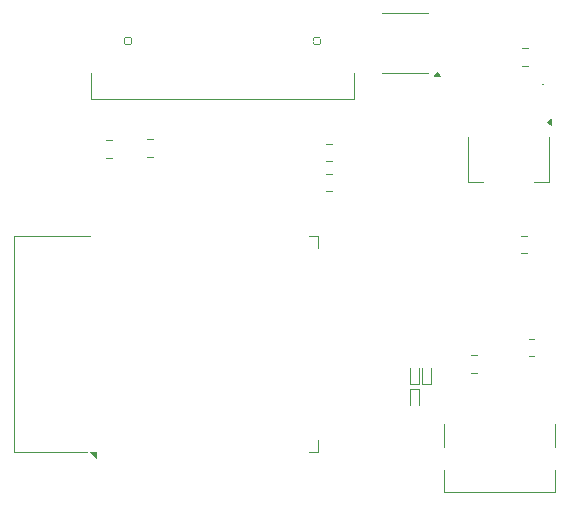
<source format=gbr>
%TF.GenerationSoftware,KiCad,Pcbnew,9.0.2*%
%TF.CreationDate,2025-07-27T17:27:23+05:30*%
%TF.ProjectId,smart_usb,736d6172-745f-4757-9362-2e6b69636164,rev?*%
%TF.SameCoordinates,Original*%
%TF.FileFunction,Legend,Top*%
%TF.FilePolarity,Positive*%
%FSLAX46Y46*%
G04 Gerber Fmt 4.6, Leading zero omitted, Abs format (unit mm)*
G04 Created by KiCad (PCBNEW 9.0.2) date 2025-07-27 17:27:23*
%MOMM*%
%LPD*%
G01*
G04 APERTURE LIST*
%ADD10C,0.120000*%
%ADD11C,0.100000*%
G04 APERTURE END LIST*
D10*
%TO.C,U2*%
X215540000Y-62400000D02*
X215540000Y-66160000D01*
X215540000Y-66160000D02*
X216800000Y-66160000D01*
X222360000Y-62400000D02*
X222360000Y-66160000D01*
X222360000Y-66160000D02*
X221100000Y-66160000D01*
X222590000Y-61360000D02*
X222260000Y-61120000D01*
X222590000Y-60880000D01*
X222590000Y-61360000D01*
G36*
X222590000Y-61360000D02*
G01*
X222260000Y-61120000D01*
X222590000Y-60880000D01*
X222590000Y-61360000D01*
G37*
%TO.C,C2*%
X219988748Y-70715000D02*
X220511252Y-70715000D01*
X219988748Y-72185000D02*
X220511252Y-72185000D01*
%TO.C,R2*%
X220672936Y-79465000D02*
X221127064Y-79465000D01*
X220672936Y-80935000D02*
X221127064Y-80935000D01*
%TO.C,J1*%
X213500000Y-86650000D02*
X213500000Y-88650000D01*
X213500000Y-90550000D02*
X213500000Y-92450000D01*
X213500000Y-92450000D02*
X222900000Y-92450000D01*
X222900000Y-86650000D02*
X222900000Y-88650000D01*
X222900000Y-90550000D02*
X222900000Y-92450000D01*
D11*
%TO.C,D1*%
X221940000Y-57900000D02*
G75*
G02*
X221840000Y-57900000I-50000J0D01*
G01*
X221840000Y-57900000D02*
G75*
G02*
X221940000Y-57900000I50000J0D01*
G01*
D10*
%TO.C,C5*%
X203538748Y-62965000D02*
X204061252Y-62965000D01*
X203538748Y-64435000D02*
X204061252Y-64435000D01*
%TO.C,DS1*%
X183600000Y-56995000D02*
X183600000Y-59145000D01*
X183600000Y-59145000D02*
X205900000Y-59145000D01*
X205900000Y-59145000D02*
X205900000Y-56995000D01*
D11*
X187100000Y-54245000D02*
G75*
G02*
X186400000Y-54245000I-350000J0D01*
G01*
X186400000Y-54245000D02*
G75*
G02*
X187100000Y-54245000I350000J0D01*
G01*
X203100000Y-54245000D02*
G75*
G02*
X202400000Y-54245000I-350000J0D01*
G01*
X202400000Y-54245000D02*
G75*
G02*
X203100000Y-54245000I350000J0D01*
G01*
D10*
%TO.C,D4*%
X210600000Y-85072500D02*
X210600000Y-83712500D01*
X211400000Y-83712500D02*
X210600000Y-83712500D01*
X211400000Y-85072500D02*
X211400000Y-83712500D01*
%TO.C,U1*%
X210200000Y-51840000D02*
X208250000Y-51840000D01*
X210200000Y-51840000D02*
X212150000Y-51840000D01*
X210200000Y-56960000D02*
X208250000Y-56960000D01*
X210200000Y-56960000D02*
X212150000Y-56960000D01*
X213140000Y-57195000D02*
X212660000Y-57195000D01*
X212900000Y-56865000D01*
X213140000Y-57195000D01*
G36*
X213140000Y-57195000D02*
G01*
X212660000Y-57195000D01*
X212900000Y-56865000D01*
X213140000Y-57195000D01*
G37*
%TO.C,U3*%
X177125000Y-70775000D02*
X183540000Y-70775000D01*
X177125000Y-89015000D02*
X177125000Y-70775000D01*
X177125000Y-89015000D02*
X183285000Y-89015000D01*
X202085000Y-70775000D02*
X202865000Y-70775000D01*
X202085000Y-89015000D02*
X202865000Y-89015000D01*
X202865000Y-70775000D02*
X202865000Y-71775000D01*
X202865000Y-89015000D02*
X202865000Y-88015000D01*
X184010000Y-89520000D02*
X183510000Y-89020000D01*
X184010000Y-89020000D01*
X184010000Y-89520000D01*
G36*
X184010000Y-89520000D02*
G01*
X183510000Y-89020000D01*
X184010000Y-89020000D01*
X184010000Y-89520000D01*
G37*
%TO.C,D3*%
X210600000Y-81927500D02*
X210600000Y-83287500D01*
X210600000Y-83287500D02*
X211400000Y-83287500D01*
X211400000Y-81927500D02*
X211400000Y-83287500D01*
%TO.C,R3*%
X203538748Y-65465000D02*
X204061252Y-65465000D01*
X203538748Y-66935000D02*
X204061252Y-66935000D01*
%TO.C,D2*%
X211650000Y-81927500D02*
X211650000Y-83287500D01*
X211650000Y-83287500D02*
X212450000Y-83287500D01*
X212450000Y-81927500D02*
X212450000Y-83287500D01*
%TO.C,C3*%
X184888748Y-62665000D02*
X185411252Y-62665000D01*
X184888748Y-64135000D02*
X185411252Y-64135000D01*
%TO.C,R1*%
X216277064Y-80865000D02*
X215822936Y-80865000D01*
X216277064Y-82335000D02*
X215822936Y-82335000D01*
%TO.C,C4*%
X188388748Y-62565000D02*
X188911252Y-62565000D01*
X188388748Y-64035000D02*
X188911252Y-64035000D01*
%TO.C,C1*%
X220088748Y-54865000D02*
X220611252Y-54865000D01*
X220088748Y-56335000D02*
X220611252Y-56335000D01*
%TD*%
M02*

</source>
